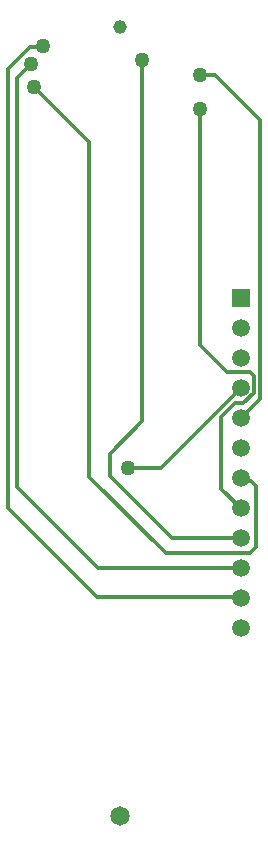
<source format=gbr>
%TF.GenerationSoftware,Altium Limited,Altium Designer,20.1.14 (287)*%
G04 Layer_Physical_Order=2*
G04 Layer_Color=16711680*
%FSLAX26Y26*%
%MOIN*%
%TF.SameCoordinates,6A0BC998-17C7-4340-AACC-798D36D37454*%
%TF.FilePolarity,Positive*%
%TF.FileFunction,Copper,L2,Bot,Signal*%
%TF.Part,Single*%
G01*
G75*
%TA.AperFunction,Conductor*%
%ADD12C,0.012000*%
%TA.AperFunction,ComponentPad*%
%ADD13C,0.045276*%
%ADD14C,0.064961*%
%ADD15C,0.059055*%
%ADD16R,0.059055X0.059055*%
%TA.AperFunction,ViaPad*%
%ADD17C,0.050000*%
D12*
X2295000Y2970000D02*
X2300000Y2965000D01*
X1820000Y2970000D02*
X2295000D01*
X1525000Y3265000D02*
Y4730000D01*
Y3265000D02*
X1820000Y2970000D01*
X1825000Y3065000D02*
X2300000D01*
X1555000Y3335000D02*
X1825000Y3065000D01*
X1555000Y3335000D02*
Y4700000D01*
X1637000Y4802000D02*
X1640000Y4805000D01*
X1597000Y4802000D02*
X1637000D01*
X1525000Y4730000D02*
X1597000Y4802000D01*
X1555000Y4700000D02*
X1601654Y4746654D01*
X1793636Y3371365D02*
X2050000Y3115000D01*
X1793636Y3371365D02*
Y4486592D01*
X1610000Y4670228D02*
X1793636Y4486592D01*
X1970000Y3555000D02*
Y4760000D01*
X1863000Y3448000D02*
X1970000Y3555000D01*
X1863000Y3374674D02*
Y3448000D01*
Y3374674D02*
X2072674Y3165000D01*
X1925000Y3400000D02*
X2035000D01*
X2300000Y3365000D02*
X2309003Y3355997D01*
X2334003D01*
X2350000Y3340000D01*
Y3135000D02*
Y3340000D01*
X2330000Y3115000D02*
X2350000Y3135000D01*
X2050000Y3115000D02*
X2330000D01*
X2235000Y3330000D02*
X2300000Y3265000D01*
X2235000Y3570000D02*
X2280000Y3615000D01*
X2235000Y3330000D02*
Y3570000D01*
X2345000Y3651271D02*
Y3705000D01*
X2308729Y3615000D02*
X2345000Y3651271D01*
X2280000Y3615000D02*
X2308729D01*
X2255000Y3720000D02*
X2330000D01*
X2345000Y3705000D01*
X2165000Y3810000D02*
Y4595000D01*
Y3810000D02*
X2255000Y3720000D01*
X2035000Y3400000D02*
X2300000Y3665000D01*
X2072674Y3165000D02*
X2300000D01*
X2165000Y4710000D02*
X2215000D01*
X2365000Y3630000D02*
Y4560000D01*
X2215000Y4710000D02*
X2365000Y4560000D01*
X2300000Y3565000D02*
X2365000Y3630000D01*
D13*
X1896417Y4869449D02*
D03*
D14*
Y2239528D02*
D03*
D15*
X2300000Y2865000D02*
D03*
Y2965000D02*
D03*
Y3065000D02*
D03*
Y3165000D02*
D03*
Y3265000D02*
D03*
Y3365000D02*
D03*
Y3465000D02*
D03*
Y3565000D02*
D03*
Y3665000D02*
D03*
Y3765000D02*
D03*
Y3865000D02*
D03*
D16*
Y3965000D02*
D03*
D17*
X1601654Y4746654D02*
D03*
X1610000Y4670228D02*
D03*
X1925000Y3400000D02*
D03*
X1640000Y4805000D02*
D03*
X2165000Y4595000D02*
D03*
X1970000Y4760000D02*
D03*
X2165000Y4710000D02*
D03*
%TF.MD5,7496fbf579ebd01d6b92d459fe4d27fa*%
M02*

</source>
